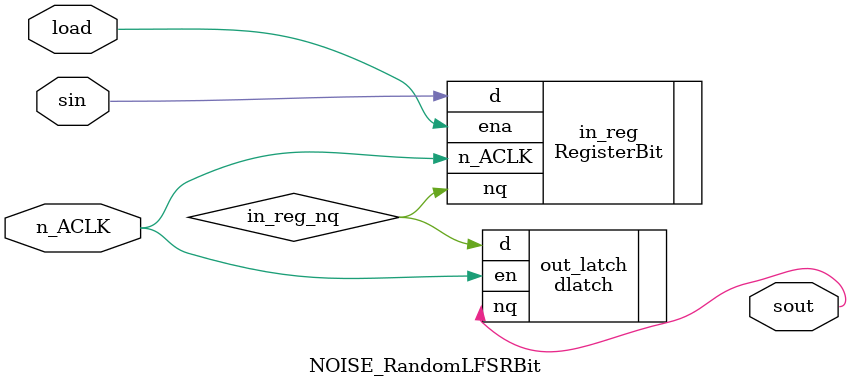
<source format=v>

module NoiseChan(
	n_ACLK, ACLK, 
	RES, DB, W400C, W400E, W400F, nLFO1, RND_LC, NORND, LOCK, 
	RND_out);

	input n_ACLK;
	input ACLK;

	input RES;
	inout [7:0] DB;
	input W400C;
	input W400E;
	input W400F;
	input nLFO1;
	output RND_LC;
	input NORND;
	input LOCK;	

	output [3:0] RND_out;

	// Internal wires

	wire [3:0] NF;
	wire [10:0] NNF;
	wire RSTEP;
	wire RNDOUT;
	wire [3:0] Vol;

	// Instantiate

	NOISE_FreqReg freq_reg (.n_ACLK(n_ACLK), .RES(RES), .W400E(W400E), .DB(DB), .NF(NF) );

	NOISE_Decoder dec (.NF(NF), .NNF(NNF) );

	NOISE_FreqLFSR freq_lfsr (.ACLK(ACLK), .n_ACLK(n_ACLK), .RES(RES), .NNF(NNF), .RSTEP(RSTEP) );

	NOISE_RandomLFSR rnd_lfsr (.n_ACLK(n_ACLK), .RSTEP(RSTEP), .NORND(NORND), .LOCK(LOCK), .W400E(W400E), .DB(DB), .RNDOUT(RNDOUT) );

	Envelope_Unit env_unit (.n_ACLK(n_ACLK), .RES(RES), .WR_Reg(W400C), .WR_LC(W400F), .n_LFO1(nLFO1), .DB(DB), .V(Vol), .LC(RND_LC) );

	assign RND_out = ~(~Vol | {4{RNDOUT}});

endmodule // NoiseChan

module NOISE_FreqReg (n_ACLK, RES, W400E, DB, NF);

	input n_ACLK;
	input RES;
	input W400E;
	inout [7:0] DB;
	output [3:0] NF;

	RegisterBitRes freq_reg [3:0] (.n_ACLK(n_ACLK), .ena(W400E), .d(DB[3:0]), .res(RES), .q(NF) );

endmodule // NOISE_FreqReg

module NOISE_Decoder (NF, NNF);

	input [3:0] NF;
	output [10:0] NNF;

	wire [15:0] Dec1_out;

	NOISE_Decoder1 dec1 (.Dec1_in(NF), .Dec1_out(Dec1_out) );
	NOISE_Decoder2 dec2 (.Dec2_in(Dec1_out), .Dec2_out(NNF) );

endmodule // NOISE_Decoder

module NOISE_Decoder1 (Dec1_in, Dec1_out);

	input [3:0] Dec1_in;
	output [15:0] Dec1_out;

	wire [3:0] F;
	wire [3:0] nF;

	assign F = Dec1_in;
	assign nF = ~Dec1_in;

	nor (Dec1_out[0], F[0], F[1], F[2], F[3]);
	nor (Dec1_out[1], nF[0], F[1], F[2], F[3]);
	nor (Dec1_out[2], F[0], nF[1], F[2], F[3]);
	nor (Dec1_out[3], nF[0], nF[1], F[2], F[3]);
	nor (Dec1_out[4], F[0], F[1], nF[2], F[3]);
	nor (Dec1_out[5], nF[0], F[1], nF[2], F[3]);
	nor (Dec1_out[6], F[0], nF[1], nF[2], F[3]);
	nor (Dec1_out[7], nF[0], nF[1], nF[2], F[3]);

	nor (Dec1_out[8], F[0], F[1], F[2], nF[3]);
	nor (Dec1_out[9], nF[0], F[1], F[2], nF[3]);
	nor (Dec1_out[10], F[0], nF[1], F[2], nF[3]);
	nor (Dec1_out[11], nF[0], nF[1], F[2], nF[3]);
	nor (Dec1_out[12], F[0], F[1], nF[2], nF[3]);
	nor (Dec1_out[13], nF[0], F[1], nF[2], nF[3]);
	nor (Dec1_out[14], F[0], nF[1], nF[2], nF[3]);
	nor (Dec1_out[15], nF[0], nF[1], nF[2], nF[3]);

endmodule // NOISE_Decoder1

module NOISE_Decoder2 (Dec2_in, Dec2_out);

	input [15:0] Dec2_in;
	output [10:0] Dec2_out;

	wire [15:0] d;
	assign d = Dec2_in;

	nor (Dec2_out[0], d[0], d[1], d[2], d[9], d[11], d[12], d[14], d[15]); 	// nor-8
	nor (Dec2_out[1], d[4], d[8], d[14], d[15]);  // nor-4
	nor (Dec2_out[2], d[0], d[1], d[2], d[3], d[4], d[5], d[6], d[8], d[11], d[12], d[14], d[15]);  // nor-12
	nor (Dec2_out[3], d[0], d[5], d[6], d[7], d[9], d[10], d[11], d[12], d[14], d[15]);  // nor-10
	nor (Dec2_out[4], d[0], d[1], d[2], d[6], d[7], d[8], d[9], d[10], d[11], d[12], d[13], d[14], d[15]);  // nor-13
	nor (Dec2_out[5], d[0], d[1], d[9], d[12], d[13], d[14], d[15]);  // nor-7
	nor (Dec2_out[6], d[0], d[1], d[2], d[3], d[4], d[8], d[9], d[10], d[13], d[14]);  // nor-10
	nor (Dec2_out[7], d[0], d[1], d[4], d[5], d[6], d[7], d[9], d[10], d[11], d[12], d[13], d[14], d[15]);  // nor-13
	nor (Dec2_out[8], d[0], d[1], d[2], d[3], d[6], d[7], d[10], d[11], d[12], d[13]);  // nor-10
	nor (Dec2_out[9], d[0], d[1], d[2], d[4], d[5], d[6], d[7], d[8], d[9], d[11], d[15]);  // nor-11
	nor (Dec2_out[10], d[0], d[1], d[2], d[3], d[4], d[5], d[6], d[7], d[8], d[9], d[10], d[11], d[13], d[14], d[15]);  // nor-15

endmodule // NOISE_Decoder2

module NOISE_FreqLFSR (ACLK, n_ACLK, RES, NNF, RSTEP);

	input ACLK;
	input n_ACLK;
	input RES;
	input [10:0] NNF;
	output RSTEP;

	wire n_ACLK4;
	wire [10:0] sout;
	wire step_load;
	wire NFLOAD;
	wire NFSTEP;
	wire NSIN;
	wire NFZ;
	wire NFOUT;

	assign n_ACLK4 = ~ACLK;

	NOISE_FreqLFSRBit freq_lfsr [10:0] (.n_ACLK(n_ACLK), .load(NFLOAD), .step(NFSTEP), .val(NNF), .sin({NSIN,sout[10:1]}), .sout(sout) );

	nor (NFZ, sout[0], sout[1], sout[2], sout[3], sout[4], sout[5], sout[6], sout[7], sout[8], sout[9], sout[10]);
	nor (NFOUT, ~sout[0], sout[1], sout[2], sout[3], sout[4], sout[5], sout[6], sout[7], sout[8], sout[9], sout[10]);
	nor (step_load, ~NFOUT, RES);
	nor (NFLOAD, ~n_ACLK4, step_load);
	nor (NFSTEP, ~n_ACLK4, ~step_load);
	nor (NSIN, (sout[0] & sout[2]), ~(sout[0] | sout[2] | NFZ), RES);
	assign RSTEP = NFLOAD;

endmodule // NOISE_FreqLFSR

module NOISE_FreqLFSRBit (n_ACLK, load, step, val, sin, sout);

	input n_ACLK;
	input load;
	input step;
	input val;
	input sin;
	output sout;

	wire d;
	wire in_latch_nq;

	assign d = load ? val : (step ? sin : 1'bz);

	dlatch in_latch (.d(d), .en(1'b1), .nq(in_latch_nq) );
	dlatch out_latch (.d(in_latch_nq), .en(n_ACLK), .nq(sout) );

endmodule // NOISE_FreqLFSRBit

module NOISE_RandomLFSR (n_ACLK, RSTEP, NORND, LOCK, W400E, DB, RNDOUT);

	input n_ACLK;
	input RSTEP;
	input NORND;
	input LOCK;
	input W400E;
	inout [7:0] DB;
	output RNDOUT;

	wire rmod_q;
	wire [14:0] sout;
	wire RIN;
	wire RSOZ;
	wire mux_out;

	RegisterBit rmod_reg (.n_ACLK(n_ACLK), .ena(W400E), .d(DB[7]), .q(rmod_q) );

	NOISE_RandomLFSRBit rnd_lfsr [14:0] (.n_ACLK(n_ACLK), .load(RSTEP), .sin({RIN,sout[14:1]}), .sout(sout) );

	nor (RSOZ, sout[0], sout[1], sout[2], sout[3], sout[4], sout[5], sout[6], sout[7], sout[8], sout[9], sout[10], sout[11], sout[12], sout[13], sout[14]);
	assign mux_out = rmod_q ? sout[6] : sout[1];
	nor (RIN, LOCK, ~(RSOZ | sout[0] | mux_out), (sout[0] & mux_out));
	nor (RNDOUT, ~(sout[0] | NORND), LOCK);

endmodule // NOISE_RandomLFSR

module NOISE_RandomLFSRBit (n_ACLK, load, sin, sout);

	input n_ACLK;
	input load;
	input sin;
	output sout;

	wire in_reg_nq;

	RegisterBit in_reg (.n_ACLK(n_ACLK), .ena(load), .d(sin), .nq(in_reg_nq) );
	dlatch out_latch (.d(in_reg_nq), .en(n_ACLK), .nq(sout) );

endmodule // NOISE_RandomLFSRBit

</source>
